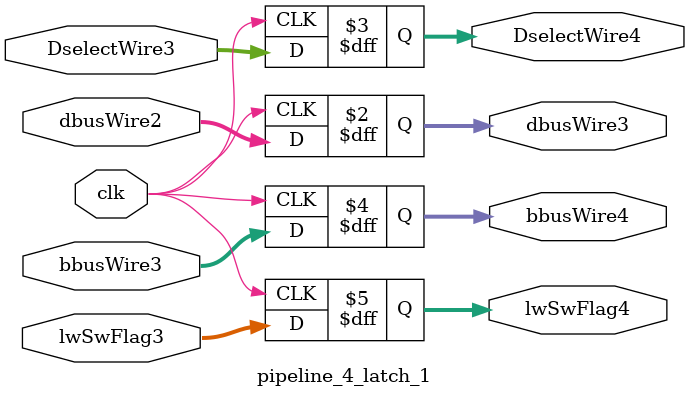
<source format=v>
module pipeline_4_latch_1(clk, dbusWire2, DselectWire3, bbusWire3, lwSwFlag3, dbusWire3, DselectWire4,bbusWire4,lwSwFlag4);
  input clk;
  input [31:0] dbusWire2, DselectWire3, bbusWire3;
  input [1:0] lwSwFlag3;
  output [31:0] dbusWire3, DselectWire4, bbusWire4;
  output [1:0] lwSwFlag4;
  reg [31:0] dbusWire3, DselectWire4, bbusWire4;
  reg [1:0] lwSwFlag4;
  always @(posedge clk) begin
    dbusWire3 = dbusWire2;
    DselectWire4 = DselectWire3;
    bbusWire4 = bbusWire3;
    lwSwFlag4 = lwSwFlag3;
  end
endmodule
</source>
